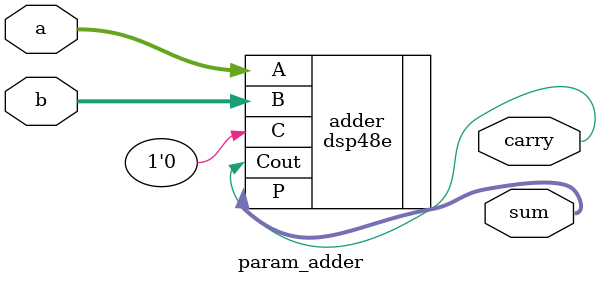
<source format=v>
module param_adder(
  input [WIDTH-1:0] a,
  input [WIDTH-1:0] b,
  output [WIDTH-1:0] sum,
  output carry
);

  parameter WIDTH = 8;

  dsp48e #(
    .ACASCADEOUT("carry")
  ) adder (
    .A(a),
    .B(b),
    .C(1'b0),
    .P(sum),
    .Cout(carry)
  );

endmodule
</source>
